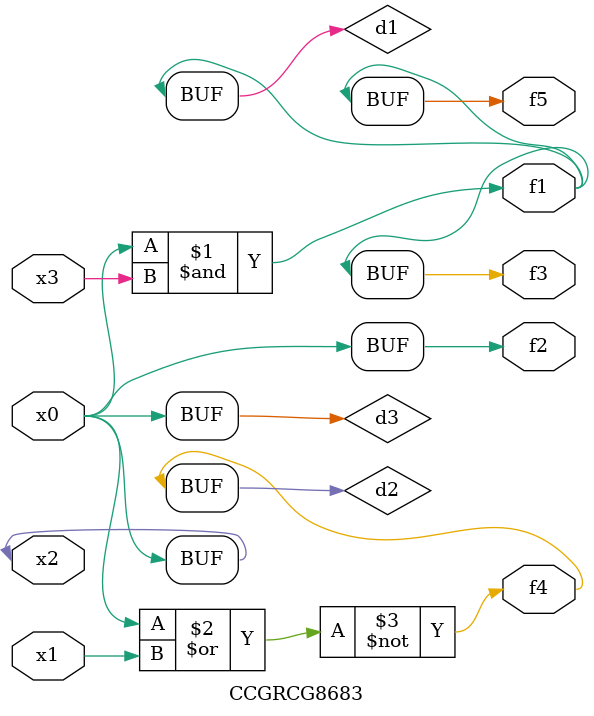
<source format=v>
module CCGRCG8683(
	input x0, x1, x2, x3,
	output f1, f2, f3, f4, f5
);

	wire d1, d2, d3;

	and (d1, x2, x3);
	nor (d2, x0, x1);
	buf (d3, x0, x2);
	assign f1 = d1;
	assign f2 = d3;
	assign f3 = d1;
	assign f4 = d2;
	assign f5 = d1;
endmodule

</source>
